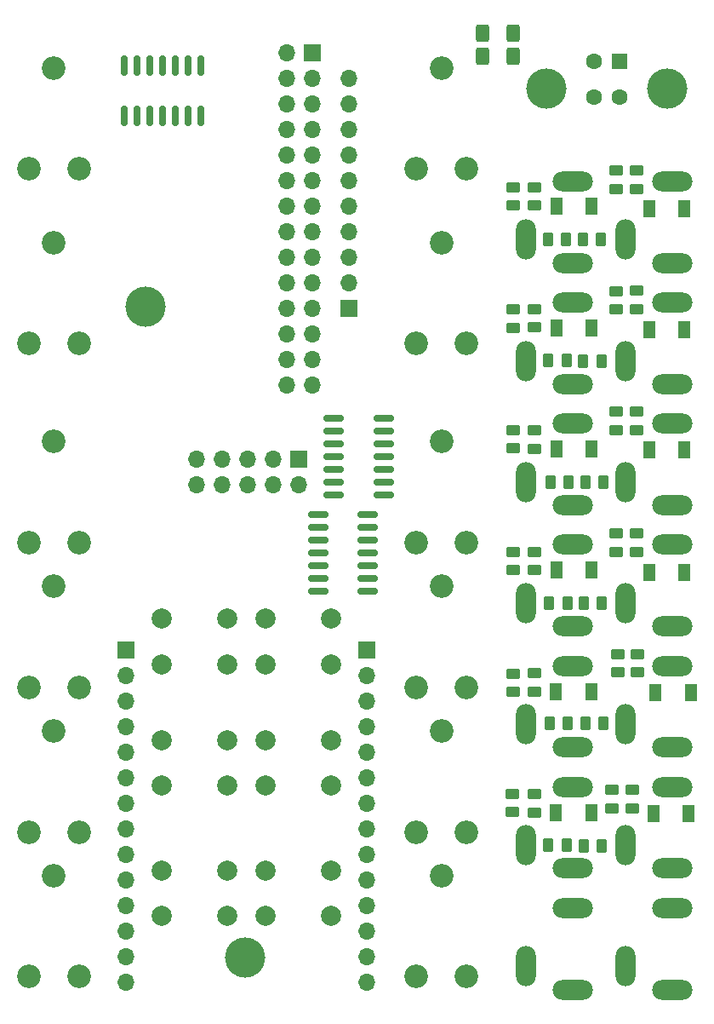
<source format=gbr>
%TF.GenerationSoftware,KiCad,Pcbnew,(6.0.6)*%
%TF.CreationDate,2022-11-26T14:50:16+01:00*%
%TF.ProjectId,wt,77742e6b-6963-4616-945f-706362585858,rev?*%
%TF.SameCoordinates,Original*%
%TF.FileFunction,Soldermask,Bot*%
%TF.FilePolarity,Negative*%
%FSLAX46Y46*%
G04 Gerber Fmt 4.6, Leading zero omitted, Abs format (unit mm)*
G04 Created by KiCad (PCBNEW (6.0.6)) date 2022-11-26 14:50:16*
%MOMM*%
%LPD*%
G01*
G04 APERTURE LIST*
G04 Aperture macros list*
%AMRoundRect*
0 Rectangle with rounded corners*
0 $1 Rounding radius*
0 $2 $3 $4 $5 $6 $7 $8 $9 X,Y pos of 4 corners*
0 Add a 4 corners polygon primitive as box body*
4,1,4,$2,$3,$4,$5,$6,$7,$8,$9,$2,$3,0*
0 Add four circle primitives for the rounded corners*
1,1,$1+$1,$2,$3*
1,1,$1+$1,$4,$5*
1,1,$1+$1,$6,$7*
1,1,$1+$1,$8,$9*
0 Add four rect primitives between the rounded corners*
20,1,$1+$1,$2,$3,$4,$5,0*
20,1,$1+$1,$4,$5,$6,$7,0*
20,1,$1+$1,$6,$7,$8,$9,0*
20,1,$1+$1,$8,$9,$2,$3,0*%
G04 Aperture macros list end*
%ADD10C,2.340000*%
%ADD11C,2.000000*%
%ADD12C,4.000000*%
%ADD13O,4.000000X2.000000*%
%ADD14O,2.000000X4.000000*%
%ADD15R,1.700000X1.700000*%
%ADD16O,1.700000X1.700000*%
%ADD17R,1.600000X1.600000*%
%ADD18C,1.600000*%
%ADD19RoundRect,0.250000X0.450000X-0.262500X0.450000X0.262500X-0.450000X0.262500X-0.450000X-0.262500X0*%
%ADD20RoundRect,0.250000X-0.450000X0.262500X-0.450000X-0.262500X0.450000X-0.262500X0.450000X0.262500X0*%
%ADD21RoundRect,0.250000X0.262500X0.450000X-0.262500X0.450000X-0.262500X-0.450000X0.262500X-0.450000X0*%
%ADD22R,1.300000X1.700000*%
%ADD23RoundRect,0.250000X-0.262500X-0.450000X0.262500X-0.450000X0.262500X0.450000X-0.262500X0.450000X0*%
%ADD24RoundRect,0.250000X-0.400000X-0.625000X0.400000X-0.625000X0.400000X0.625000X-0.400000X0.625000X0*%
%ADD25RoundRect,0.150000X-0.150000X0.825000X-0.150000X-0.825000X0.150000X-0.825000X0.150000X0.825000X0*%
%ADD26RoundRect,0.150000X0.825000X0.150000X-0.825000X0.150000X-0.825000X-0.150000X0.825000X-0.150000X0*%
G04 APERTURE END LIST*
D10*
%TO.C,RV13*%
X8540012Y-33479999D03*
X6040012Y-23479999D03*
X3540012Y-33479999D03*
%TD*%
D11*
%TO.C,SW2*%
X16751678Y-60867225D03*
X23251678Y-60867225D03*
X16751678Y-65367225D03*
X23251678Y-65367225D03*
%TD*%
%TO.C,SW5*%
X16751678Y-85867225D03*
X23251678Y-85867225D03*
X16751678Y-90367225D03*
X23251678Y-90367225D03*
%TD*%
D12*
%TO.C,REF\u002A\u002A*%
X15134713Y-29863114D03*
%TD*%
D11*
%TO.C,SW4*%
X33577600Y-72901115D03*
X27077600Y-72901115D03*
X33577600Y-77401115D03*
X27077600Y-77401115D03*
%TD*%
D13*
%TO.C,U12*%
X67600000Y-49568571D03*
X67600000Y-41468571D03*
D14*
X62900000Y-47268571D03*
%TD*%
D15*
%TO.C,J3*%
X35427044Y-30000000D03*
D16*
X35427044Y-27460000D03*
X35427044Y-24920000D03*
X35427044Y-22380000D03*
X35427044Y-19840000D03*
X35427044Y-17300000D03*
X35427044Y-14760000D03*
X35427044Y-12220000D03*
X35427044Y-9680000D03*
X35427044Y-7140000D03*
%TD*%
D11*
%TO.C,SW3*%
X16751678Y-72901115D03*
X23251678Y-72901115D03*
X16751678Y-77401115D03*
X23251678Y-77401115D03*
%TD*%
D10*
%TO.C,RV5*%
X47100000Y-53263333D03*
X44600000Y-43263333D03*
X42100000Y-53263333D03*
%TD*%
D15*
%TO.C,J4*%
X30427044Y-45000000D03*
D16*
X30427044Y-47540000D03*
X27887044Y-45000000D03*
X27887044Y-47540000D03*
X25347044Y-45000000D03*
X25347044Y-47540000D03*
X22807044Y-45000000D03*
X22807044Y-47540000D03*
X20267044Y-45000000D03*
X20267044Y-47540000D03*
%TD*%
D17*
%TO.C,J1*%
X62310000Y-5477500D03*
D18*
X59810000Y-5477500D03*
X59810000Y-8977500D03*
X62310000Y-8977500D03*
D12*
X55040000Y-8187500D03*
X67080000Y-8187500D03*
%TD*%
D13*
%TO.C,U8*%
X57700000Y-49568571D03*
X57700000Y-41468571D03*
D14*
X53000000Y-47268571D03*
%TD*%
D13*
%TO.C,U13*%
X67600000Y-73639285D03*
X67600000Y-65539285D03*
D14*
X62900000Y-71339285D03*
%TD*%
D10*
%TO.C,RV1*%
X8540012Y-53263333D03*
X6040012Y-43263333D03*
X3540012Y-53263333D03*
%TD*%
%TO.C,RV10*%
X47100000Y-67653333D03*
X44600000Y-57653333D03*
X42100000Y-67653333D03*
%TD*%
D13*
%TO.C,U22*%
X57700000Y-37533214D03*
X57700000Y-29433214D03*
D14*
X53000000Y-35233214D03*
%TD*%
D12*
%TO.C,REF\u002A\u002A*%
X25095200Y-94570800D03*
%TD*%
D10*
%TO.C,RV7*%
X47100000Y-96433333D03*
X44600000Y-86433333D03*
X42100000Y-96433333D03*
%TD*%
%TO.C,RV2*%
X8540012Y-67653333D03*
X6040012Y-57653333D03*
X3540012Y-67653333D03*
%TD*%
D13*
%TO.C,Out_2*%
X67600000Y-97710000D03*
X67600000Y-89610000D03*
D14*
X62900000Y-95410000D03*
%TD*%
D13*
%TO.C,Out_1*%
X57700000Y-97710000D03*
X57700000Y-89610000D03*
D14*
X53000000Y-95410000D03*
%TD*%
D10*
%TO.C,RV11*%
X47100000Y-33479999D03*
X44600000Y-23479999D03*
X42100000Y-33479999D03*
%TD*%
%TO.C,RV8*%
X8540012Y-16136666D03*
X6040012Y-6136666D03*
X3540012Y-16136666D03*
%TD*%
D11*
%TO.C,SW6*%
X27077600Y-85867225D03*
X33577600Y-85867225D03*
X27077600Y-90367225D03*
X33577600Y-90367225D03*
%TD*%
D10*
%TO.C,RV12*%
X47100000Y-16136666D03*
X44600000Y-6136666D03*
X42100000Y-16136666D03*
%TD*%
%TO.C,RV6*%
X47100000Y-82043333D03*
X44600000Y-72043333D03*
X42100000Y-82043333D03*
%TD*%
D13*
%TO.C,U9*%
X57700000Y-61603928D03*
X57700000Y-53503928D03*
D14*
X53000000Y-59303928D03*
%TD*%
D10*
%TO.C,RV4*%
X8540012Y-96433333D03*
X6040012Y-86433333D03*
X3540012Y-96433333D03*
%TD*%
D13*
%TO.C,U21*%
X67600000Y-61603928D03*
X67600000Y-53503928D03*
D14*
X62900000Y-59303928D03*
%TD*%
D10*
%TO.C,RV3*%
X8540012Y-82043333D03*
X6040012Y-72043333D03*
X3540012Y-82043333D03*
%TD*%
D13*
%TO.C,U10*%
X57700000Y-73639285D03*
X57700000Y-65539285D03*
D14*
X53000000Y-71339285D03*
%TD*%
D13*
%TO.C,U24*%
X67600000Y-37533214D03*
X67600000Y-29433214D03*
D14*
X62900000Y-35233214D03*
%TD*%
D13*
%TO.C,U14*%
X67600000Y-85674642D03*
X67600000Y-77574642D03*
D14*
X62900000Y-83374642D03*
%TD*%
D13*
%TO.C,U15*%
X57700000Y-25497857D03*
X57700000Y-17397857D03*
D14*
X53000000Y-23197857D03*
%TD*%
D11*
%TO.C,SW1*%
X27077600Y-60867225D03*
X33577600Y-60867225D03*
X27077600Y-65367225D03*
X33577600Y-65367225D03*
%TD*%
D13*
%TO.C,U23*%
X67600000Y-25497857D03*
X67600000Y-17397857D03*
D14*
X62900000Y-23197857D03*
%TD*%
D13*
%TO.C,U11*%
X57700000Y-85674642D03*
X57700000Y-77574642D03*
D14*
X53000000Y-83374642D03*
%TD*%
D15*
%TO.C,FrontBoard_3*%
X37159800Y-64000000D03*
D16*
X37159800Y-66540000D03*
X37159800Y-69080000D03*
X37159800Y-71620000D03*
X37159800Y-74160000D03*
X37159800Y-76700000D03*
X37159800Y-79240000D03*
X37159800Y-81780000D03*
X37159800Y-84320000D03*
X37159800Y-86860000D03*
X37159800Y-89400000D03*
X37159800Y-91940000D03*
X37159800Y-94480000D03*
X37159800Y-97020000D03*
%TD*%
D19*
%TO.C,R16*%
X53848000Y-43965500D03*
X53848000Y-42140500D03*
%TD*%
D20*
%TO.C,R37*%
X61550000Y-77887500D03*
X61550000Y-79712500D03*
%TD*%
D21*
%TO.C,R21*%
X57162500Y-71270000D03*
X55337500Y-71270000D03*
%TD*%
D19*
%TO.C,R76*%
X63982600Y-18133700D03*
X63982600Y-16308700D03*
%TD*%
D22*
%TO.C,D7*%
X69170000Y-80200000D03*
X65670000Y-80200000D03*
%TD*%
D19*
%TO.C,R68*%
X64010000Y-54212500D03*
X64010000Y-52387500D03*
%TD*%
%TO.C,R28*%
X63982600Y-42111300D03*
X63982600Y-40286300D03*
%TD*%
D22*
%TO.C,D5*%
X68755200Y-44069000D03*
X65255200Y-44069000D03*
%TD*%
D19*
%TO.C,R19*%
X53822600Y-56030500D03*
X53822600Y-54205500D03*
%TD*%
D23*
%TO.C,R35*%
X58727500Y-83402800D03*
X60552500Y-83402800D03*
%TD*%
D22*
%TO.C,D2*%
X59535000Y-56032400D03*
X56035000Y-56032400D03*
%TD*%
D19*
%TO.C,R22*%
X53819900Y-68099000D03*
X53819900Y-66274000D03*
%TD*%
D15*
%TO.C,FrontBoard_1*%
X31750000Y-4597400D03*
D16*
X29210000Y-4597400D03*
X31750000Y-7137400D03*
X29210000Y-7137400D03*
X31750000Y-9677400D03*
X29210000Y-9677400D03*
X31750000Y-12217400D03*
X29210000Y-12217400D03*
X31750000Y-14757400D03*
X29210000Y-14757400D03*
X31750000Y-17297400D03*
X29210000Y-17297400D03*
X31750000Y-19837400D03*
X29210000Y-19837400D03*
X31750000Y-22377400D03*
X29210000Y-22377400D03*
X31750000Y-24917400D03*
X29210000Y-24917400D03*
X31750000Y-27457400D03*
X29210000Y-27457400D03*
X31750000Y-29997400D03*
X29210000Y-29997400D03*
X31750000Y-32537400D03*
X29210000Y-32537400D03*
X31750000Y-35077400D03*
X29210000Y-35077400D03*
X31750000Y-37617400D03*
X29210000Y-37617400D03*
%TD*%
D20*
%TO.C,R23*%
X51711700Y-66294000D03*
X51711700Y-68119000D03*
%TD*%
D21*
%TO.C,R18*%
X57147100Y-59293600D03*
X55322100Y-59293600D03*
%TD*%
D20*
%TO.C,R69*%
X61976000Y-52402100D03*
X61976000Y-54227100D03*
%TD*%
%TO.C,R48*%
X51714400Y-17959700D03*
X51714400Y-19784700D03*
%TD*%
D22*
%TO.C,D30*%
X68780600Y-32090000D03*
X65280600Y-32090000D03*
%TD*%
D24*
%TO.C,R70*%
X48645800Y-4981600D03*
X51745800Y-4981600D03*
%TD*%
D22*
%TO.C,D29*%
X68780600Y-20142200D03*
X65280600Y-20142200D03*
%TD*%
%TO.C,D3*%
X59480000Y-68110000D03*
X55980000Y-68110000D03*
%TD*%
D21*
%TO.C,R15*%
X57272500Y-47269400D03*
X55447500Y-47269400D03*
%TD*%
D23*
%TO.C,R27*%
X58897500Y-47269400D03*
X60722500Y-47269400D03*
%TD*%
%TO.C,R75*%
X58637500Y-23190200D03*
X60462500Y-23190200D03*
%TD*%
D22*
%TO.C,D8*%
X59535000Y-19812000D03*
X56035000Y-19812000D03*
%TD*%
D21*
%TO.C,R46*%
X56992500Y-23170200D03*
X55167500Y-23170200D03*
%TD*%
D24*
%TO.C,R71*%
X48665800Y-2641600D03*
X51765800Y-2641600D03*
%TD*%
D20*
%TO.C,R17*%
X51714400Y-42115100D03*
X51714400Y-43940100D03*
%TD*%
D21*
%TO.C,R72*%
X57062500Y-35219800D03*
X55237500Y-35219800D03*
%TD*%
D25*
%TO.C,U3*%
X13004800Y-5907000D03*
X14274800Y-5907000D03*
X15544800Y-5907000D03*
X16814800Y-5907000D03*
X18084800Y-5907000D03*
X19354800Y-5907000D03*
X20624800Y-5907000D03*
X20624800Y-10857000D03*
X19354800Y-10857000D03*
X18084800Y-10857000D03*
X16814800Y-10857000D03*
X15544800Y-10857000D03*
X14274800Y-10857000D03*
X13004800Y-10857000D03*
%TD*%
D19*
%TO.C,R73*%
X53848000Y-31900500D03*
X53848000Y-30075500D03*
%TD*%
D23*
%TO.C,R67*%
X58752100Y-59283600D03*
X60577100Y-59283600D03*
%TD*%
D20*
%TO.C,R20*%
X51689000Y-54205500D03*
X51689000Y-56030500D03*
%TD*%
D26*
%TO.C,U2*%
X37273000Y-50520600D03*
X37273000Y-51790600D03*
X37273000Y-53060600D03*
X37273000Y-54330600D03*
X37273000Y-55600600D03*
X37273000Y-56870600D03*
X37273000Y-58140600D03*
X32323000Y-58140600D03*
X32323000Y-56870600D03*
X32323000Y-55600600D03*
X32323000Y-54330600D03*
X32323000Y-53060600D03*
X32323000Y-51790600D03*
X32323000Y-50520600D03*
%TD*%
D19*
%TO.C,R33*%
X64130000Y-66182500D03*
X64130000Y-64357500D03*
%TD*%
D20*
%TO.C,R29*%
X62001400Y-40286300D03*
X62001400Y-42111300D03*
%TD*%
D22*
%TO.C,D28*%
X59535000Y-31927800D03*
X56035000Y-31927800D03*
%TD*%
%TO.C,D1*%
X59535000Y-43967400D03*
X56035000Y-43967400D03*
%TD*%
D19*
%TO.C,R36*%
X63580000Y-79712500D03*
X63580000Y-77887500D03*
%TD*%
D26*
%TO.C,U1*%
X38847800Y-40970200D03*
X38847800Y-42240200D03*
X38847800Y-43510200D03*
X38847800Y-44780200D03*
X38847800Y-46050200D03*
X38847800Y-47320200D03*
X38847800Y-48590200D03*
X33897800Y-48590200D03*
X33897800Y-47320200D03*
X33897800Y-46050200D03*
X33897800Y-44780200D03*
X33897800Y-43510200D03*
X33897800Y-42240200D03*
X33897800Y-40970200D03*
%TD*%
D20*
%TO.C,R77*%
X61976000Y-16308700D03*
X61976000Y-18133700D03*
%TD*%
D19*
%TO.C,R79*%
X63982600Y-30097100D03*
X63982600Y-28272100D03*
%TD*%
D21*
%TO.C,R24*%
X57062500Y-83362800D03*
X55237500Y-83362800D03*
%TD*%
D23*
%TO.C,R32*%
X58917500Y-71270000D03*
X60742500Y-71270000D03*
%TD*%
%TO.C,R78*%
X58707500Y-35229800D03*
X60532500Y-35229800D03*
%TD*%
D19*
%TO.C,R25*%
X53830000Y-80109700D03*
X53830000Y-78284700D03*
%TD*%
D22*
%TO.C,D4*%
X59500000Y-80120000D03*
X56000000Y-80120000D03*
%TD*%
D19*
%TO.C,R47*%
X53848000Y-19784700D03*
X53848000Y-17959700D03*
%TD*%
D20*
%TO.C,R26*%
X51650000Y-78264700D03*
X51650000Y-80089700D03*
%TD*%
D22*
%TO.C,D27*%
X68770000Y-56270000D03*
X65270000Y-56270000D03*
%TD*%
D20*
%TO.C,R80*%
X61967400Y-28295500D03*
X61967400Y-30120500D03*
%TD*%
D15*
%TO.C,FrontBoard_2*%
X13207600Y-64000000D03*
D16*
X13207600Y-66540000D03*
X13207600Y-69080000D03*
X13207600Y-71620000D03*
X13207600Y-74160000D03*
X13207600Y-76700000D03*
X13207600Y-79240000D03*
X13207600Y-81780000D03*
X13207600Y-84320000D03*
X13207600Y-86860000D03*
X13207600Y-89400000D03*
X13207600Y-91940000D03*
X13207600Y-94480000D03*
X13207600Y-97020000D03*
%TD*%
D22*
%TO.C,D6*%
X69410000Y-68160000D03*
X65910000Y-68160000D03*
%TD*%
D20*
%TO.C,R34*%
X62128400Y-64365500D03*
X62128400Y-66190500D03*
%TD*%
%TO.C,R74*%
X51739800Y-30100900D03*
X51739800Y-31925900D03*
%TD*%
M02*

</source>
